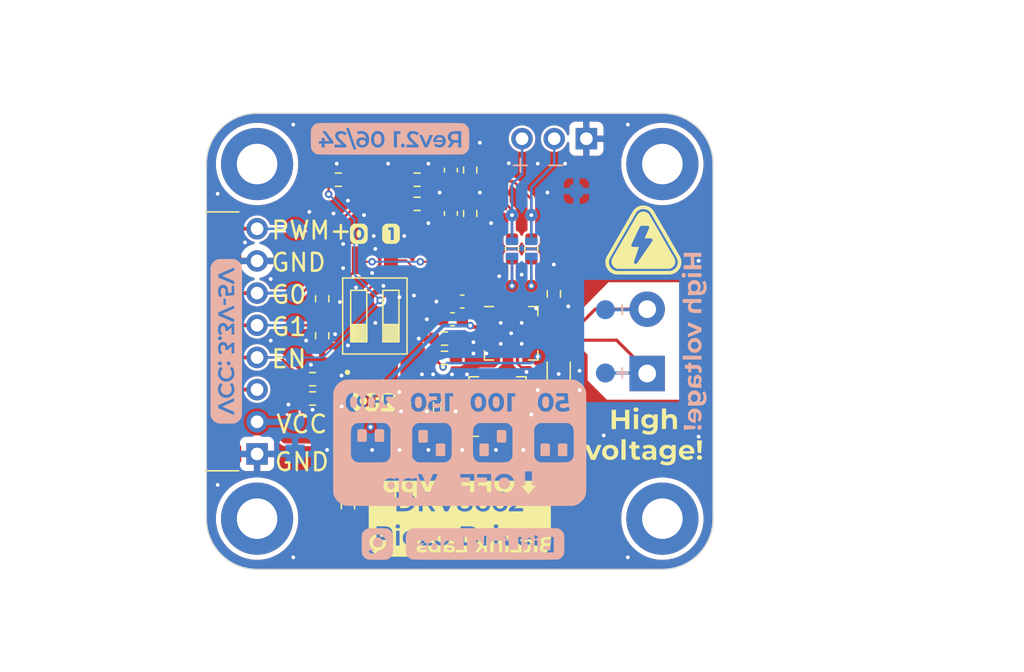
<source format=kicad_pcb>
(kicad_pcb (version 20240108) (generator "pcbnew") (generator_version "8.0")
  (title_block (title "DRV8662 Breakout") (date "2024-06-02") (rev "2.1") (company "BitLink Labs"))
  (layers (0 "F.Cu" signal) (31 "B.Cu" signal) (34 "B.Paste" user) (35 "F.Paste" user) (36 "B.SilkS" user "B.Silkscreen") (37 "F.SilkS" user "F.Silkscreen") (38 "B.Mask" user) (39 "F.Mask" user) (44 "Edge.Cuts" user))
  (net 0 "")
  (net 1 "Net-(U1-VPUMP)")
  (net 2 "GND")
  (net 3 "/OUT+")
  (net 4 "/OUT-")
  (net 5 "Net-(U1-REXT)")
  (net 6 "/Enable")
  (net 7 "VDD")
  (net 8 "/Gain_0")
  (net 9 "/Gain_1")
  (net 10 "Net-(C5-Pad1)")
  (net 11 "Net-(C6-Pad1)")
  (net 12 "/PWM+")
  (net 13 "Net-(R6-Pad1)")
  (net 14 "/PWM-")
  (net 15 "/IN+")
  (net 16 "/IN-")
  (net 17 "/Boost")
  (net 18 "/SW")
  (net 19 "/FB")
  (net 21 "/IN+_f")
  (net 22 "/IN-_f")
  (net 23 "Net-(R16-Pad1)")
  (net 24 "Net-(D1-K)")
  (footprint "MAINTECH_Connectors:TestPoint_Pad_D1.0mm_NoSilk" (layer "F.Cu") (at 14.351 7.144)
    (property "Reference" "TP8" (hide yes))
    (property "Value" "TestPoint")
    (pad "1" smd circle (at 0 0) (size 1 1) (layers "F.Cu" "F.Mask") (net 12 "/PWM+"))
  )
  (footprint "MountingHole:MountingHole_3.2mm_M3_ISO7380_Pad_TopBottom" (layer "F.Cu") (at 36 32)
    (property "Reference" "H2" (hide yes))
    (property "Value" "MountingHole")
    (pad "1" thru_hole circle (at 0 0) (size 3.6 3.6) (drill 3.2) (layers "*.Cu" "*.Mask"))
    (pad "1" connect circle (at 0 0) (size 5.7 5.7) (layers "F.Cu" "F.Mask"))
    (pad "1" connect circle (at 0 0) (size 5.7 5.7) (layers "B.Cu" "B.Mask"))
  )
  (footprint "TestPoint:TestPoint_Pad_1.0x1.0mm" (layer "F.Cu") (at 15.875 1.937)
    (property "Reference" "TP3" (hide yes))
    (property "Value" "TestPoint")
    (pad "1" smd rect (at 0 0) (size 1 1) (layers "F.Cu" "F.Mask") (net 2 "GND"))
  )
  (footprint "Capacitor_SMD:C_0603_1608Metric" (layer "F.Cu") (at 24.13 10.7 90)
    (property "Reference" "C7" (hide yes))
    (property "Value" "100nF")
    (pad "1" smd roundrect (at -0.775 0 90) (size 0.9 0.95) (layers "F.Cu" "F.Paste" "F.Mask") (net 15 "/IN+"))
    (pad "2" smd roundrect (at 0.775 0 90) (size 0.9 0.95) (layers "F.Cu" "F.Paste" "F.Mask") (net 21 "/IN+_f"))
  )
  (footprint "Resistor_SMD:R_0603_1608Metric" (layer "F.Cu") (at 8.382 20.987 180)
    (property "Reference" "R1" (hide yes))
    (property "Value" "10k")
    (pad "1" smd roundrect (at -0.825 0 180) (size 0.8 0.95) (layers "F.Cu" "F.Paste" "F.Mask") (net 2 "GND"))
    (pad "2" smd roundrect (at 0.825 0 180) (size 0.8 0.95) (layers "F.Cu" "F.Paste" "F.Mask") (net 6 "/Enable"))
  )
  (footprint "LOGO" (layer "F.Cu") (at 13.3 22.7)
    (property "Reference" "G***" (hide yes))
    (property "Value" "LOGO" (hide yes))
  )
  (footprint "MountingHole:MountingHole_3.2mm_M3_ISO7380_Pad_TopBottom" (layer "F.Cu") (at 4 4)
    (property "Reference" "H1" (hide yes))
    (property "Value" "MountingHole")
    (pad "1" thru_hole circle (at 0 0) (size 3.6 3.6) (drill 3.2) (layers "*.Cu" "*.Mask"))
    (pad "1" connect circle (at 0 0) (size 5.7 5.7) (layers "F.Cu" "F.Mask"))
    (pad "1" connect circle (at 0 0) (size 5.7 5.7) (layers "B.Cu" "B.Mask"))
  )
  (footprint "Resistor_SMD:R_0603_1608Metric" (layer "F.Cu") (at 10.414 5.239 180)
    (property "Reference" "R6" (hide yes))
    (property "Value" "10k")
    (pad "1" smd roundrect (at -0.825 0 180) (size 0.8 0.95) (layers "F.Cu" "F.Paste" "F.Mask") (net 13 "Net-(R6-Pad1)"))
    (pad "2" smd roundrect (at 0.825 0 180) (size 0.8 0.95) (layers "F.Cu" "F.Paste" "F.Mask") (net 6 "/Enable"))
  )
  (footprint "Resistor_SMD:R_0603_1608Metric" (layer "F.Cu") (at 16.637 5.239 180)
    (property "Reference" "R9" (hide yes))
    (property "Value" "4.99k")
    (pad "1" smd roundrect (at -0.825 0 180) (size 0.8 0.95) (layers "F.Cu" "F.Paste" "F.Mask") (net 11 "Net-(C6-Pad1)"))
    (pad "2" smd roundrect (at 0.825 0 180) (size 0.8 0.95) (layers "F.Cu" "F.Paste" "F.Mask") (net 14 "/PWM-"))
  )
  (footprint "MAINTECH_mechanical:Fiducial_standart" (layer "F.Cu") (at 8 34)
    (property "Reference" "FID2" (hide yes))
    (property "Value" "Fiducial")
    (pad "" smd circle (at 0 0) (size 1 1) (layers "F.Cu" "F.Mask") (clearance 0.5))
  )
  (footprint "Capacitor_SMD:C_0603_1608Metric" (layer "F.Cu") (at 20.193 14.859)
    (property "Reference" "C1" (hide yes))
    (property "Value" "100nF")
    (pad "1" smd roundrect (at -0.775 0) (size 0.9 0.95) (layers "F.Cu" "F.Paste" "F.Mask") (net 2 "GND"))
    (pad "2" smd roundrect (at 0.775 0) (size 0.9 0.95) (layers "F.Cu" "F.Paste" "F.Mask") (net 1 "Net-(U1-VPUMP)"))
  )
  (footprint "LOGO" (layer "F.Cu") (at 34.5 10)
    (property "Reference" "G***" (hide yes))
    (property "Value" "LOGO" (hide yes))
  )
  (footprint "Resistor_SMD:R_0603_1608Metric" (layer "F.Cu") (at 20.828 4.477 90)
    (property "Reference" "R11" (hide yes))
    (property "Value" "7.5k")
    (pad "1" smd roundrect (at -0.825 0 90) (size 0.8 0.95) (layers "F.Cu" "F.Paste" "F.Mask") (net 11 "Net-(C6-Pad1)"))
    (pad "2" smd roundrect (at 0.825 0 90) (size 0.8 0.95) (layers "F.Cu" "F.Paste" "F.Mask") (net 2 "GND"))
  )
  (footprint "MAINTECH_Connectors:TestPoint_Pad_D1.0mm_NoSilk" (layer "F.Cu") (at 15.875 3.715)
    (property "Reference" "TP7" (hide yes))
    (property "Value" "TestPoint")
    (pad "1" smd circle (at 0 0) (size 1 1) (layers "F.Cu" "F.Mask") (net 14 "/PWM-"))
  )
  (footprint "MAINTECH_Connectors:Jumper_Small-2_bridged" (layer "F.Cu") (at 13.208 5.239 180)
    (property "Reference" "R8" (hide yes))
    (property "Value" "0R")
    (fp_line (start -0.4 0) (end 0.4 0) (stroke (width 0.2)) (layer "F.Cu"))
    (pad "1" smd rect (at -0.6 0) (size 0.6 1) (layers "F.Cu" "F.Mask") (net 14 "/PWM-"))
    (pad "2" smd roundrect (at 0.6 0) (size 0.6 1) (layers "F.Cu" "F.Mask") (roundrect_rratio 0.2) (net 13 "Net-(R6-Pad1)"))
  )
  (footprint "MAINTECH_mechanical:Fiducial_standart" (layer "F.Cu") (at 8 2)
    (property "Reference" "FID3" (hide yes))
    (property "Value" "Fiducial")
    (pad "" smd circle (at 0 0) (size 1 1) (layers "F.Cu" "F.Mask") (clearance 0.5))
  )
  (footprint "LOGO" (layer "F.Cu") (at 34.5 25.5)
    (property "Reference" "G***" (hide yes))
    (property "Value" "LOGO" (hide yes))
  )
  (footprint "MountingHole:MountingHole_3.2mm_M3_ISO7380_Pad_TopBottom" (layer "F.Cu") (at 4 32)
    (property "Reference" "H4" (hide yes))
    (property "Value" "MountingHole")
    (pad "1" thru_hole circle (at 0 0) (size 3.6 3.6) (drill 3.2) (layers "*.Cu" "*.Mask"))
    (pad "1" connect circle (at 0 0) (size 5.7 5.7) (layers "F.Cu" "F.Mask"))
    (pad "1" connect circle (at 0 0) (size 5.7 5.7) (layers "B.Cu" "B.Mask"))
  )
  (footprint "Capacitor_SMD:C_0603_1608Metric" (layer "F.Cu") (at 19.304 7.906 -90)
    (property "Reference" "C5" (hide yes))
    (property "Value" "100nF")
    (pad "1" smd roundrect (at -0.775 0 270) (size 0.9 0.95) (layers "F.Cu" "F.Paste" "F.Mask") (net 10 "Net-(C5-Pad1)"))
    (pad "2" smd roundrect (at 0.775 0 270) (size 0.9 0.95) (layers "F.Cu" "F.Paste" "F.Mask") (net 2 "GND"))
  )
  (footprint "Resistor_SMD:R_0603_1608Metric" (layer "F.Cu") (at 11.176 30.988 -90)
    (property "Reference" "R19" (hide yes))
    (property "Value" "1k")
    (pad "1" smd roundrect (at -0.825 0 270) (size 0.8 0.95) (layers "F.Cu" "F.Paste" "F.Mask") (net 24 "Net-(D1-K)"))
    (pad "2" smd roundrect (at 0.825 0 270) (size 0.8 0.95) (layers "F.Cu" "F.Paste" "F.Mask") (net 2 "GND"))
  )
  (footprint "MAINTECH_Connectors:Jumper_Small-2_bridged" (layer "F.Cu") (at 22.841 5.366 180)
    (property "Reference" "R13" (hide yes))
    (property "Value" "0R")
    (fp_line (start -0.4 0) (end 0.4 0) (stroke (width 0.2)) (layer "F.Cu"))
    (pad "1" smd rect (at -0.6 0) (size 0.6 1) (layers "F.Cu" "F.Mask") (net 22 "/IN-_f"))
    (pad "2" smd roundrect (at 0.6 0) (size 0.6 1) (layers "F.Cu" "F.Mask") (roundrect_rratio 0.2) (net 11 "Net-(C6-Pad1)"))
  )
  (footprint "Resistor_SMD:R_0603_1608Metric" (layer "F.Cu") (at 20.828 7.906 -90)
    (property "Reference" "R10" (hide yes))
    (property "Value" "7.5k")
    (pad "1" smd roundrect (at -0.825 0 270) (size 0.8 0.95) (layers "F.Cu" "F.Paste" "F.Mask") (net 10 "Net-(C5-Pad1)"))
    (pad "2" smd roundrect (at 0.825 0 270) (size 0.8 0.95) (layers "F.Cu" "F.Paste" "F.Mask") (net 2 "GND"))
  )
  (footprint "Resistor_SMD:R_0603_1608Metric" (layer "F.Cu") (at 9.144 17.558 90)
    (property "Reference" "R15" (hide yes))
    (property "Value" "100k")
    (pad "1" smd roundrect (at -0.825 0 90) (size 0.8 0.95) (layers "F.Cu" "F.Paste" "F.Mask") (net 2 "GND"))
    (pad "2" smd roundrect (at 0.825 0 90) (size 0.8 0.95) (layers "F.Cu" "F.Paste" "F.Mask") (net 9 "/Gain_1"))
  )
  (footprint "MAINTECH_Connectors:Jumper_Small-2_bridged" (layer "F.Cu") (at 22.841 7.144 180)
    (property "Reference" "R12" (hide yes))
    (property "Value" "0R")
    (fp_line (start -0.4 0) (end 0.4 0) (stroke (width 0.2)) (layer "F.Cu"))
    (pad "1" smd rect (at -0.6 0) (size 0.6 1) (layers "F.Cu" "F.Mask") (net 21 "/IN+_f"))
    (pad "2" smd roundrect (at 0.6 0) (size 0.6 1) (layers "F.Cu" "F.Mask") (roundrect_rratio 0.2) (net 10 "Net-(C5-Pad1)"))
  )
  (footprint "Capacitor_SMD:C_1206_3216Metric" (layer "F.Cu") (at 19.431 23.527 90)
    (property "Reference" "C10" (hide yes))
    (property "Value" "10uF")
    (pad "1" smd roundrect (at -1.475 0 90) (size 1.15 1.8) (layers "F.Cu" "F.Paste" "F.Mask") (roundrect_rratio 0.2173913043) (net 7 "VDD"))
    (pad "2" smd roundrect (at 1.475 0 90) (size 1.15 1.8) (layers "F.Cu" "F.Paste" "F.Mask") (roundrect_rratio 0.2173913043) (net 2 "GND"))
  )
  (footprint "Resistor_SMD:R_0603_1608Metric_Pad0.98x0.95mm_HandSolder" (layer "F.Cu") (at 27.432 14.256 -90)
    (property "Reference" "R2" (hide yes))
    (property "Value" "6.98k")
    (pad "1" smd roundrect (at -0.9125 0 270) (size 0.975 0.95) (layers "F.Cu" "F.Paste" "F.Mask") (net 2 "GND"))
    (pad "2" smd roundrect (at 0.9125 0 270) (size 0.975 0.95) (layers "F.Cu" "F.Paste" "F.Mask") (net 5 "Net-(U1-REXT)"))
  )
  (footprint "MAINTECH_Connectors:TestPoint_Pad_D1.0mm_NoSilk" (layer "F.Cu") (at 24.13 13.621)
    (property "Reference" "TP1" (hide yes))
    (property "Value" "TestPoint")
    (pad "1" smd circle (at 0 0) (size 1 1) (layers "F.Cu" "F.Mask") (net 15 "/IN+"))
  )
  (footprint "Resistor_SMD:R_0603_1608Metric" (layer "F.Cu") (at 9.144 14.637 90)
    (property "Reference" "R14" (hide yes))
    (property "Value" "100k")
    (pad "1" smd roundrect (at -0.825 0 90) (size 0.8 0.95) (layers "F.Cu" "F.Paste" "F.Mask") (net 2 "GND"))
    (pad "2" smd roundrect (at 0.825 0 90) (size 0.8 0.95) (layers "F.Cu" "F.Paste" "F.Mask") (net 8 "/Gain_0"))
  )
  (footprint "Resistor_SMD:R_0603_1608Metric" (layer "F.Cu") (at 16.637 7.144 180)
    (property "Reference" "R5" (hide yes))
    (property "Value" "4.99k")
    (pad "1" smd roundrect (at -0.825 0 180) (size 0.8 0.95) (layers "F.Cu" "F.Paste" "F.Mask") (net 10 "Net-(C5-Pad1)"))
    (pad "2" smd roundrect (at 0.825 0 180) (size 0.8 0.95) (layers "F.Cu" "F.Paste" "F.Mask") (net 12 "/PWM+"))
  )
  (footprint "Capacitor_SMD:C_0603_1608Metric" (layer "F.Cu") (at 25.654 10.7 90)
    (property "Reference" "C8" (hide yes))
    (property "Value" "100nF")
    (pad "1" smd roundrect (at -0.775 0 90) (size 0.9 0.95) (layers "F.Cu" "F.Paste" "F.Mask") (net 16 "/IN-"))
    (pad "2" smd roundrect (at 0.775 0 90) (size 0.9 0.95) (layers "F.Cu" "F.Paste" "F.Mask") (net 22 "/IN-_f"))
  )
  (footprint "Resistor_SMD:R_0603_1608Metric_Pad0.98x0.95mm_HandSolder" (layer "F.Cu") (at 18.796 19.304)
    (property "Reference" "R3" (hide yes))
    (property "Value" "590k")
    (pad "1" smd roundrect (at -0.9125 0) (size 0.975 0.95) (layers "F.Cu" "F.Paste" "F.Mask") (net 17 "/Boost"))
    (pad "2" smd roundrect (at 0.9125 0) (size 0.975 0.95) (layers "F.Cu" "F.Paste" "F.Mask") (net 19 "/FB"))
  )
  (footprint "LOGO" (layer "F.Cu") (at 13.3 9.5)
    (property "Reference" "G***" (hide yes))
    (property "Value" "LOGO" (hide yes))
  )
  (footprint "MAINTECH_Connectors:TestPoint_Pad_D1.0mm_NoSilk" (layer "F.Cu") (at 25.654 13.621)
    (property "Reference" "TP2" (hide yes))
    (property "Value" "TestPoint")
    (pad "1" smd circle (at 0 0) (size 1 1) (layers "F.Cu" "F.Mask") (net 16 "/IN-"))
  )
  (footprint "Resistor_SMD:R_0603_1608Metric" (layer "F.Cu") (at 8.382 22.511 180)
    (property "Reference" "R16" (hide yes))
    (property "Value" "10k")
    (pad "1" smd roundrect (at -0.825 0 180) (size 0.8 0.95) (layers "F.Cu" "F.Paste" "F.Mask") (net 23 "Net-(R16-Pad1)"))
    (pad "2" smd roundrect (at 0.825 0 180) (size 0.8 0.95) (layers "F.Cu" "F.Paste" "F.Mask") (net 7 "VDD"))
  )
  (footprint "MountingHole:MountingHole_3.2mm_M3_ISO7380_Pad_TopBottom" (layer "F.Cu") (at 36 4)
    (property "Reference" "H3" (hide yes))
    (property "Value" "MountingHole")
    (pad "1" thru_hole circle (at 0 0) (size 3.6 3.6) (drill 3.2) (layers "*.Cu" "*.Mask"))
    (pad "1" connect circle (at 0 0) (size 5.7 5.7) (layers "F.Cu" "F.Mask"))
    (pad "1" connect circle (at 0 0) (size 5.7 5.7) (layers "B.Cu" "B.Mask"))
  )
  (footprint "LOGO" (layer "F.Cu") (at 20 32)
    (property "Reference" "G***" (hide yes))
    (property "Value" "LOGO" (hide yes))
  )
  (footprint "Resistor_SMD:R_0603_1608Metric" (layer "F.Cu") (at 12.573 2.953 -90)
    (property "Reference" "R7" (hide yes))
    (property "Value" "10k")
    (pad "1" smd roundrect (at -0.825 0 270) (size 0.8 0.95) (layers "F.Cu" "F.Paste" "F.Mask") (net 2 "GND"))
    (pad "2" smd roundrect (at 0.825 0 270) (size 0.8 0.95) (layers "F.Cu" "F.Paste" "F.Mask") (net 13 "Net-(R6-Pad1)"))
  )
  (footprint "Capacitor_SMD:C_1206_3216Metric" (layer "F.Cu") (at 17.018 23.527 90)
    (property "Reference" "C9" (hide yes))
    (property "Value" "10uF")
    (pad "1" smd roundrect (at -1.475 0 90) (size 1.15 1.8) (layers "F.Cu" "F.Paste" "F.Mask") (roundrect_rratio 0.2173913043) (net 7 "VDD"))
    (pad "2" smd roundrect (at 1.475 0 90) (size 1.15 1.8) (layers "F.Cu" "F.Paste" "F.Mask") (roundrect_rratio 0.2173913043) (net 2 "GND"))
  )
  (footprint "MAINTECH_Connectors:DB128L-5.08-2P" (layer "F.Cu") (at 34.8 18 90)
    (property "Reference" "J2" (hide yes))
    (property "Value" "Conn_Screw")
    (pad "1" thru_hole rect (at -2.54 0 90) (size 2.8 2.8) (drill 1.4) (layers "*.Cu" "*.Mask") (net 3 "/OUT+"))
    (pad "2" thru_hole circle (at 2.54 0 90) (size 2.8 2.8) (drill 1.4) (layers "*.Cu" "*.Mask") (net 4 "/OUT-"))
  )
  (footprint "Package_DFN_QFN:Texas_S-PVQFN-N20_EP2.7x2.7mm_ThermalVias" (layer "F.Cu") (at 24.0605 17.3635)
    (property "Reference" "U1" (hide yes))
    (property "Value" "DRV8662")
    (pad "1" smd roundrect (at -1.9625 -1) (size 0.825 0.25) (layers "F.Cu" "F.Paste" "F.Mask") (net 1 "Net-(U1-VPUMP)"))
    (pad "2" smd roundrect (at -1.9625 -0.5) (size 0.825 0.25) (layers "F.Cu" "F.Paste" "F.Mask") (net 7 "VDD"))
    (pad "3" smd roundrect (at -1.9625 0) (size 0.825 0.25) (layers "F.Cu" "F.Paste" "F.Mask") (net 19 "/FB"))
    (pad "4" smd roundrect (at -1.9625 0.5) (size 0.825 0.25) (layers "F.Cu" "F.Paste" "F.Mask") (net 2 "GND"))
    (pad "5" smd roundrect (at -1.9625 1) (size 0.825 0.25) (layers "F.Cu" "F.Paste" "F.Mask") (net 2 "GND"))
    (pad "6" smd roundrect (at -1 1.9625) (size 0.25 0.825) (layers "F.Cu" "F.Paste" "F.Mask") (net 2 "GND"))
    (pad "7" smd roundrect (at -0.5 1.9625) (size 0.25 0.825) (layers "F.Cu" "F.Paste" "F.Mask") (net 18 "/SW"))
    (pad "8" smd roundrect (at 0 1.9625) (size 0.25 0.825) (layers "F.Cu" "F.Paste" "F.Mask") (net 18 "/SW"))
    (pad "9" smd roundrect (at 0.5 1.9625) (size 0.25 0.825) (layers "F.Cu" "F.Paste" "F.Mask") (net 2 "GND"))
    (pad "10" smd roundrect (at 1 1.9625) (size 0.25 0.825) (layers "F.Cu" "F.Paste" "F.Mask") (net 17 "/Boost"))
    (pad "11" smd roundrect (at 1.9625 1) (size 0.825 0.25) (layers "F.Cu" "F.Paste" "F.Mask") (net 17 "/Boost"))
    (pad "12" smd roundrect (at 1.9625 0.5) (size 0.825 0.25) (layers "F.Cu" "F.Paste" "F.Mask") (net 17 "/Boost"))
    (pad "13" smd roundrect (at 1.9625 0) (size 0.825 0.25) (layers "F.Cu" "F.Paste" "F.Mask") (net 3 "/OUT+"))
    (pad "14" smd roundrect (at 1.9625 -0.5) (size 0.825 0.25) (layers "F.Cu" "F.Paste" "F.Mask") (net 4 "/OUT-"))
    (pad "15" smd roundrect (at 1.9625 -1) (size 0.825 0.25) (layers "F.Cu" "F.Paste" "F.Mask") (net 5 "Net-(U1-REXT)"))
    (pad "16" smd roundrect (at 1 -1.9625) (size 0.25 0.825) (layers "F.Cu" "F.Paste" "F.Mask") (net 16 "/IN-"))
    (pad "17" smd roundrect (at 0.5 -1.9625) (size 0.25 0.825) (layers "F.Cu" "F.Paste" "F.Mask") (net 15 "/IN+"))
    (pad "18" smd roundrect (at 0 -1.9625) (size 0.25 0.825) (layers "F.Cu" "F.Paste" "F.Mask") (net 8 "/Gain_0"))
    (pad "19" smd roundrect (at -0.5 -1.9625) (size 0.25 0.825) (layers "F.Cu" "F.Paste" "F.Mask") (net 9 "/Gain_1"))
    (pad "20" smd roundrect (at -1 -1.9625) (size 0.25 0.825) (layers "F.Cu" "F.Paste" "F.Mask") (net 6 "/Enable"))
    (pad "21" smd rect (at 0 0) (size 2.7 2.7) (layers "F.Cu" "F.Mask") (net 2 "GND"))
    (pad "21" smd rect (at 0 0) (size 2.7 2.7) (layers "B.Cu") (net 2 "GND"))
  )
  (footprint "Connector_PinHeader_2.54mm:PinHeader_1x03_P2.54mm_Vertical" (layer "F.Cu") (at 30 2 -90)
    (property "Reference" "J6" (hide yes))
    (property "Value" "Conn_AC")
    (pad "1" thru_hole rect (at 0 0 270) (size 1.7 1.7) (drill 1) (layers "*.Cu" "*.Mask") (net 2 "GND"))
    (pad "2" thru_hole oval (at 0 2.54 270) (size 1.7 1.7) (drill 1) (layers "*.Cu" "*.Mask") (net 22 "/IN-_f"))
    (pad "3" thru_hole oval (at 0 5.08 270) (size 1.7 1.7) (drill 1) (layers "*.Cu" "*.Mask") (net 21 "/IN+_f"))
  )
  (footprint "LED_SMD:LED_0805_2012Metric" (layer "F.Cu") (at 11.176 27.94 90)
    (property "Reference" "D1" (hide yes))
    (property "Value" "LED_Small")
    (pad "1" smd roundrect (at -0.9375 0 90) (size 0.975 1.4) (layers "F.Cu" "F.Paste" "F.Mask") (net 24 "Net-(D1-K)"))
    (pad "2" smd roundrect (at 0.9375 0 90) (size 0.975 1.4) (layers "F.Cu" "F.Paste" "F.Mask") (net 7 "VDD"))
  )
  (footprint "Resistor_SMD:R_0603_1608Metric" (layer "F.Cu") (at 18.796 17.78 180)
    (property "Reference" "R4" (hide yes))
    (property "Value" "7.5k")
    (pad "1" smd roundrect (at -0.825 0 180) (size 0.8 0.95) (layers "F.Cu" "F.Paste" "F.Mask") (net 19 "/FB"))
    (pad "2" smd roundrect (at 0.825 0 180) (size 0.8 0.95) (layers "F.Cu" "F.Paste" "F.Mask") (net 2 "GND"))
  )
  (footprint "MAINTECH_mechanical:SW_DIP_x02_P2.54_W5.08_C6709488" (layer "F.Cu") (at 13.3 16 90)
    (property "Reference" "SW1" (hide yes))
    (property "Value" "SW_Gain")
    (pad "1" smd rect (at -4.4 -1.27 90) (size 2.2 1.1) (layers "F.Cu" "F.Paste" "F.Mask") (net 23 "Net-(R16-Pad1)"))
    (pad "2" smd rect (at -4.4 1.27 90) (size 2.2 1.1) (layers "F.Cu" "F.Paste" "F.Mask") (net 23 "Net-(R16-Pad1)"))
    (pad "3" smd rect (at 4.4 1.27 90) (size 2.2 1.1) (layers "F.Cu" "F.Paste" "F.Mask") (net 9 "/Gain_1"))
    (pad "4" smd rect (at 4.4 -1.27 90) (size 2.2 1.1) (layers "F.Cu" "F.Paste" "F.Mask") (net 8 "/Gain_0"))
  )
  (footprint "Capacitor_SMD:C_0603_1608Metric" (layer "F.Cu") (at 19.431 16.256)
    (property "Reference" "C2" (hide yes))
    (property "Value" "100nF")
    (pad "1" smd roundrect (at -0.775 0) (size 0.9 0.95) (layers "F.Cu" "F.Paste" "F.Mask") (net 2 "GND"))
    (pad "2" smd roundrect (at 0.775 0) (size 0.9 0.95) (layers "F.Cu" "F.Paste" "F.Mask") (net 7 "VDD"))
  )
  (footprint "MAINTECH_mechanical:Fiducial_standart" (layer "F.Cu") (at 32 34)
    (property "Reference" "FID1" (hide yes))
    (property "Value" "Fiducial")
    (pad "" smd circle (at 0 0) (size 1 1) (layers "F.Cu" "F.Mask") (clearance 0.5))
  )
  (footprint "MAINTECH_Connectors:PinHeader_1x08_P2.54mm_Horizontal_withSmdPads" (layer "F.Cu") (at 4 26.89 180)
    (property "Reference" "J1" (hide yes))
    (property "Value" "Conn_IO")
    (pad "1" thru_hole rect (at 0 0 180) (size 1.7 1.7) (drill 1) (layers "*.Cu" "*.Mask") (net 2 "GND"))
    (pad "1" smd roundrect (at 1 0 180) (size 1 0.3) (layers "F.Cu") (roundrect_rratio 0.15) (net 2 "GND"))
    (pad "1" smd roundrect (at 2.5 0 180) (size 2.5 1.5) (layers "F.Cu" "F.Mask") (roundrect_rratio 0.15) (net 2 "GND"))
    (pad "2" thru_hole oval (at 0 2.54 180) (size 1.7 1.7) (drill 1) (layers "*.Cu" "*.Mask") (net 7 "VDD"))
    (pad "2" smd roundrect (at 1 2.54 180) (size 1 0.3) (layers "F.Cu") (roundrect_rratio 0.15) (net 7 "VDD"))
    (pad "2" smd roundrect (at 2.5 2.54 180) (size 2.5 1.5) (layers "F.Cu" "F.Mask") (roundrect_rratio 0.15) (net 7 "VDD"))
    (pad "3" thru_hole oval (at 0 5.08 180) (size 1.7 1.7) (drill 1) (layers "*.Cu" "*.Mask"))
    (pad "3" smd roundrect (at 1 5.08 180) (size 1 0.3) (layers "F.Cu") (roundrect_rratio 0.15))
    (pad "3" smd roundrect (at 2.5 5.08 180) (size 2.5 1.5) (layers "F.Cu" "F.Mask") (roundrect_rratio 0.15))
    (pad "4" thru_hole oval (at 0 7.62 180) (size 1.7 1.7) (drill 1) (layers "*.Cu" "*.Mask") (net 6 "/Enable"))
    (pad "4" smd roundrect (at 1 7.62 180) (size 1 0.3) (layers "F.Cu") (roundrect_rratio 0.15) (net 6 "/Enable"))
    (pad "4" smd roundrect (at 2.5 7.62 180) (size 2.5 1.5) (layers "F.Cu" "F.Mask") (roundrect_rratio 0.15) (net 6 "/Enable"))
    (pad "5" thru_hole oval (at 0 10.16 180) (size 1.7 1.7) (drill 1) (layers "*.Cu" "*.Mask") (net 9 "/Gain_1"))
    (pad "5" smd roundrect (at 1 10.16 180) (size 1 0.3) (layers "F.Cu") (roundrect_rratio 0.15) (net 9 "/Gain_1"))
    (pad "5" smd roundrect (at 2.5 10.16 180) (size 2.5 1.5) (layers "F.Cu" "F.Mask") (roundrect_rratio 0.15) (net 9 "/Gain_1"))
    (pad "6" thru_hole oval (at 0 12.7 180) (size 1.7 1.7) (drill 1) (layers "*.Cu" "*.Mask") (net 8 "/Gain_0"))
    (pad "6" smd roundrect (at 1 12.7 180) (size 1 0.3) (layers "F.Cu") (roundrect_rratio 0.15) (net 8 "/Gain_0"))
    (pad "6" smd roundrect (at 2.5 12.7 180) (size 2.5 1.5) (layers "F.Cu" "F.Mask") (roundrect_rratio 0.15) (net 8 "/Gain_0"))
    (pad "7" thru_hole oval (at 0 15.24 180) (size 1.7 1.7) (drill 1) (layers "*.Cu" "*.Mask") (net 2 "GND"))
    (pad "7" smd roundrect (at 1 15.24 180) (size 1 0.3) (layers "F.Cu") (roundrect_rratio 0.15) (net 2 "GND"))
    (pad "7" smd roundrect (at 2.5 15.24 180) (size 2.5 1.5) (layers "F.Cu" "F.Mask") (roundrect_rratio 0.15) (net 2 "GND"))
    (pad "8" thru_hole oval (at 0 17.78 180) (size 1.7 1.7) (drill 1) (layers "*.Cu" "*.Mask") (net 12 "/PWM+"))
    (pad "8" smd roundrect (at 1 17.78 180) (size 1 0.3) (layers "F.Cu") (roundrect_rratio 0.15) (net 12 "/PWM+"))
    (pad "8" smd roundrect (at 2.5 17.78 180) (size 2.5 1.5) (layers "F.Cu" "F.Mask") (roundrect_rratio 0.15) (net 12 "/PWM+"))
  )
  (footprint "MAINTECH_Passives:Inductor_FXL0420-4R7-M" (layer "F.Cu") (at 22.987 23.146 90)
    (property "Reference" "L1" (hide yes))
    (property "Value" "4.7uH" (hide yes))
    (pad "1" smd roundrect (at -1.85 0 90) (size 1.5 2.8) (layers "F.Cu" "F.Paste" "F.Mask") (roundrect_rratio 0.1) (net 7 "VDD"))
    (pad "2" smd roundrect (at 1.85 0 90) (size 1.5 2.8) (layers "F.Cu" "F.Paste" "F.Mask") (roundrect_rratio 0.1) (net 18 "/SW"))
  )
  (footprint "LOGO" (layer "F.Cu") (at 20 32)
    (property "Reference" "G***" (hide yes))
    (property "Value" "LOGO" (hide yes))
  )
  (footprint "Capacitor_SMD:C_1206_3216Metric" (layer "F.Cu") (at 27.813 20.352 90)
    (property "Reference" "C3" (hide yes))
    (property "Value" "100nF")
    (pad "1" smd roundrect (at -1.475 0 90) (size 1.15 1.8) (layers "F.Cu" "F.Paste" "F.Mask") (roundrect_rratio 0.2173913043) (net 2 "GND"))
    (pad "2" smd roundrect (at 1.475 0 90) (size 1.15 1.8) (layers "F.Cu" "F.Paste" "F.Mask") (roundrect_rratio 0.2173913043) (net 17 "/Boost"))
  )
  (footprint "LOGO" (layer "F.Cu") (at 20 2.03)
    (property "Reference" "G***" (hide yes))
    (property "Value" "LOGO" (hide yes))
  )
  (footprint "Capacitor_SMD:C_0603_1608Metric" (layer "F.Cu") (at 19.304 4.477 90)
    (property "Reference" "C6" (hide yes))
    (property "Value" "100nF")
    (pad "1" smd roundrect (at -0.775 0 90) (size 0.9 0.95) (layers "F.Cu" "F.Paste" "F.Mask") (net 11 "Net-(C6-Pad1)"))
    (pad "2" smd roundrect (at 0.775 0 90) (size 0.9 0.95) (layers "F.Cu" "F.Paste" "F.Mask") (net 2 "GND"))
  )
  (footprint "LOGO" (layer "B.Cu") (at 13.5 34 180)
    (property "Reference" "G***" (hide yes))
    (property "Value" "LOGO" (hide yes))
  )
  (footprint "MAINTECH_Connectors:TestPoint_Pad_D1.0mm_NoSilk" (layer "B.Cu") (at 25.654 8.033 180)
    (property "Reference" "TP5" (hide yes))
    (property "Value" "TestPoint")
    (pad "1" smd circle (at 0 0 180) (size 1 1) (layers "B.Cu" "B.Mask") (net 22 "/IN-_f"))
  )
  (footprint "LOGO" (layer "B.Cu") (at 1.57 18 90)
    (property "Reference" "G***" (hide yes))
    (property "Value" "LOGO" (hide yes))
  )
  (footprint "LOGO" (layer "B.Cu") (at 14.5 2 180)
    (property "Reference" "G***" (hide yes))
    (property "Value" "LOGO" (hide yes))
  )
  (footprint "MAINTECH_Connectors:TestPoint_Pad_D1.0mm_NoSilk" (layer "B.Cu") (at 24.13 8.033 180)
    (property "Reference" "TP4" (hide yes))
    (property "Value" "TestPoint")
    (pad "1" smd circle (at 0 0 180) (size 1 1) (layers "B.Cu" "B.Mask") (net 21 "/IN+_f"))
  )
  (footprint "MAINTECH_Connectors:TestPoint_Pad_D1.5mm_NoSilk" (layer "B.Cu") (at 31.5 15.5 180)
    (property "Reference" "TP10" (hide yes))
    (property "Value" "TestPoint" (hide yes))
    (pad "1" smd circle (at 0 0 180) (size 1.5 1.5) (layers "B.Cu" "B.Mask") (net 4 "/OUT-"))
  )
  (footprint "TestPoint:TestPoint_Pad_1.0x1.0mm" (layer "B.Cu") (at 29.21 6.128 180)
    (property "Reference" "TP6" (hide yes))
    (property "Value" "TestPoint")
    (pad "1" smd rect (at 0 0 180) (size 1 1) (layers "B.Cu" "B.Mask") (net 2 "GND"))
  )
  (footprint "MAINTECH_Connectors:TestPoint_Pad_D1.5mm_NoSilk" (layer "B.Cu") (at 7 24.35 180)
    (property "Reference" "TP16" (hide yes))
    (property "Value" "TestPoint" (hide yes))
    (pad "1" smd circle (at 0 0 180) (size 1.5 1.5) (layers "B.Cu" "B.Mask") (net 7 "VDD"))
  )
  (footprint "MAINTECH_Connectors:TestPoint_Pad_D1.5mm_NoSilk" (layer "B.Cu") (at 7 9.11 180)
    (property "Reference" "TP11" (hide yes))
    (property "Value" "TestPoint" (hide yes))
    (pad "1" smd circle (at 0 0 180) (size 1.5 1.5) (layers "B.Cu" "B.Mask") (net 12 "/PWM+"))
  )
  (footprint "LOGO" (layer "B.Cu") (at 22 34 180)
    (property "Reference" "G***" (hide yes))
    (property "Value" "LOGO" (hide yes))
  )
  (footprint "MAINTECH_Connectors:TestPoint_Pad_D1.5mm_NoSilk" (layer "B.Cu") (at 7 14.19 180)
    (property "Reference" "TP12" (hide yes))
    (property "Value" "TestPoint" (hide yes))
    (pad "1" smd circle (at 0 0 180) (size 1.5 1.5) (layers "B.Cu" "B.Mask") (net 8 "/Gain_0"))
  )
  (footprint "MAINTECH_Connectors:Jumper_Small-2_open" (layer "B.Cu") (at 25.654 10.7 90)
    (property "Reference" "R18" (hide yes))
    (property "Value" "0R")
    (pad "1" smd rect (at -0.6 0 270) (size 0.6 1) (layers "B.Cu" "B.Mask") (net 16 "/IN-"))
    (pad "2" smd roundrect (at 0.6 0 270) (size 0.6 1) (layers "B.Cu" "B.Mask") (roundrect_rratio 0.2) (net 22 "/IN-_f"))
  )
  (footprint "MAINTECH_Connectors:TestPoint_Pad_D1.5mm_NoSilk" (layer "B.Cu") (at 7 16.73 180)
    (property "Reference" "TP13" (hide yes))
    (property "Value" "TestPoint" (hide yes))
    (pad "1" smd circle (at 0 0 180) (size 1.5 1.5) (layers "B.Cu" "B.Mask") (net 9 "/Gain_1"))
  )
  (footprint "TestPoint:TestPoint_Pad_1.5x1.5mm" (layer "B.Cu") (at 7 26.89 180)
    (property "Reference" "TP15" (hide yes))
    (property "Value" "TestPoint_Alt")
    (pad "1" smd rect (at 0 0 180) (size 1.5 1.5) (layers "B.Cu" "B.Mask") (net 2 "GND"))
  )
  (footprint "LOGO" (layer "B.Cu") (at 20 26 180)
    (property "Reference" "G***" (hide yes))
    (property "Value" "LOGO" (hide yes))
  )
  (footprint "LOGO" (layer "B.Cu") (at 38.5 18 -90)
    (property "Reference" "G***" (hide yes))
    (property "Value" "LOGO" (hide yes))
  )
  (footprint "MAINTECH_Connectors:TestPoint_Pad_D1.5mm_NoSilk" (layer "B.Cu") (at 31.5 20.5 180)
    (property "Reference" "TP9" (hide yes))
    (property "Value" "TestPoint" (hide yes))
    (pad "1" smd circle (at 0 0 180) (size 1.5 1.5) (layers "B.Cu" "B.Mask") (net 3 "/OUT+"))
  )
  (footprint "MAINTECH_Connectors:TestPoint_Pad_D1.5mm_NoSilk" (layer "B.Cu") (at 7 19.27 180)
    (property "Reference" "TP14" (hide yes))
    (property "Value" "TestPoint" (hide yes))
    (pad "1" smd circle (at 0 0 180) (size 1.5 1.5) (layers "B.Cu" "B.Mask") (net 6 "/Enable"))
  )
  (footprint "MAINTECH_Connectors:Jumper_Small-2_open" (layer "B.Cu") (at 24.13 10.7 90)
    (property "Reference" "R17" (hide yes))
    (property "Value" "0R")
    (pad "1" smd rect (at -0.6 0 270) (size 0.6 1) (layers "B.Cu" "B.Mask") (net 15 "/IN+"))
    (pad "2" smd roundrect (at 0.6 0 270) (size 0.6 1) (layers "B.Cu" "B.Mask") (roundrect_rratio 0.2) (net 21 "/IN+_f"))
  )
  (gr_circle (center 10.28351 29.68802) (end 10.41051 29.718) (stroke (width 0.2)) (fill solid) (layer "F.SilkS"))
  (gr_line (start 40 4) (end 40 32) (stroke (width 0.1)) (layer "Edge.Cuts"))
  (gr_arc (start 0 4) (mid 1.171573 1.171573) (end 4 0) (stroke (width 0.1)) (layer "Edge.Cuts"))
  (gr_line (start 4 0) (end 36 0) (stroke (width 0.1)) (layer "Edge.Cuts"))
  (gr_line (start 0 32) (end 0 4) (stroke (width 0.1)) (layer "Edge.Cuts"))
  (gr_arc (start 40 32) (mid 38.828427 34.828427) (end 36 36) (stroke (width 0.1)) (layer "Edge.Cuts"))
  (gr_arc (start 4 36) (mid 1.171573 34.828427) (end 0 32) (stroke (width 0.1)) (layer "Edge.Cuts"))
  (gr_line (start 36 36) (end 4 36) (stroke (width 0.1)) (layer "Edge.Cuts"))
  (gr_arc (start 36 0) (mid 38.828427 1.171573) (end 40 4) (stroke (width 0.1)) (layer "Edge.Cuts"))
  (gr_text "- +" (at 26.19 4 0) (layer "B.SilkS") (effects (font (size 1.4 1.4)) (justify mirror)))
  (gr_text "-     +" (at 32.75 18 90) (layer "B.SilkS") (effects (font (size 1.1 0.99)) (justify mirror)))
  (gr_text "VCC" (at 5.397 24.543 0) (layer "F.SilkS") (effects (font (size 1.4 1.4) (thickness 0.2)) (justify left)))
  (gr_text "G1" (at 5.016 16.857 0) (layer "F.SilkS") (effects (font (size 1.4 1.4) (thickness 0.2)) (justify left)))
  (gr_text "GND" (at 5.016 11.777 0) (layer "F.SilkS") (effects (font (size 1.4 1.4) (thickness 0.2)) (justify left)))
  (gr_text "GND" (at 5.27 27.525 0) (layer "F.SilkS") (effects (font (size 1.4 1.4) (thickness 0.2)) (justify left)))
  (gr_text "PWM+" (at 5.016 9.237 0) (layer "F.SilkS") (effects (font (size 1.4 1.4) (thickness 0.2)) (justify left)))
  (gr_text "G0" (at 5.016 14.317 0) (layer "F.SilkS") (effects (font (size 1.4 1.4) (thickness 0.2)) (justify left)))
  (gr_text "EN" (at 5.016 19.397 0) (layer "F.SilkS") (effects (font (size 1.4 1.4) (thickness 0.2)) (justify left)))
  (segment (start 21.5705 16.3635) (end 21.209 16.002) (width 0.3) (layer "F.Cu") (net 1))
  (segment (start 22.098 16.3635) (end 21.5705 16.3635) (width 0.3) (layer "F.Cu") (net 1))
  (segment (start 21.209 15.4745) (end 20.968 15.2335) (width 0.3) (layer "F.Cu") (net 1))
  (segment (start 20.968 15.2335) (end 20.968 14.859) (width 0.3) (layer "F.Cu") (net 1))
  (segment (start 21.209 16.002) (end 21.209 15.4745) (width 0.3) (layer "F.Cu") (net 1))
  (segment (start 24.5605 19.751152) (end 24.861924 20.052576) (width 0.2) (layer "F.Cu") (net 2))
  (segment (start 27.051 11.97) (end 26.454 12.567) (width 0.2) (layer "F.Cu") (net 2))
  (segment (start 24.5605 19.326) (end 24.5605 19.751152) (width 0.2) (layer "F.Cu") (net 2))
  (segment (start 25.781 20.2765) (end 25.781 20.4035) (width 0.2) (layer "F.Cu") (net 2))
  (segment (start 25.557076 20.052576) (end 25.781 20.2765) (width 0.2) (layer "F.Cu") (net 2))
  (segment (start 26.454 14.675) (end 26.543 14.764) (width 0.2) (layer "F.Cu") (net 2))
  (segment (start 26.454 12.567) (end 26.454 14.675) (width 0.2) (layer "F.Cu") (net 2))
  (segment (start 27.432 11.97) (end 27.051 11.97) (width 0.2) (layer "F.Cu") (net 2))
  (segment (start 24.861924 20.052576) (end 25.557076 20.052576) (width 0.2) (layer "F.Cu") (net 2))
  (via (at 14.351 3.969) (size 0.6) (drill 0.3) (layers "F.Cu" "B.Cu") (net 2))
  (via (at 10.16 17.431) (size 0.6) (drill 0.3) (layers "F.Cu" "B.Cu") (net 2))
  (via (at 13.335 16.542) (size 0.6) (drill 0.3) (layers "F.Cu" "B.Cu") (net 2))
  (via (at 0.889 6.35) (size 0.6) (drill 0.3) (layers "F.Cu" "B.Cu") (net 2))
  (via (at 17.526 26.575) (size 0.6) (drill 0.3) (layers "F.Cu" "B.Cu") (net 2))
  (via (at 15.367 23.527) (size 0.6) (drill 0.3) (layers "F.Cu" "B.Cu") (net 2))
  (via (at 31.369 25.432) (size 0.6) (drill 0.3) (layers "F.Cu" "B.Cu") (net 2))
  (via (at 10.668 23.146) (size 0.6) (drill 0.3) (layers "F.Cu" "B.Cu") (net 2))
  (via (at 13.081 12.605) (size 0.6) (drill 0.3) (layers "F.Cu" "B.Cu") (net 2))
  (via (at 18.161 14.859) (size 0.6) (drill 0.3) (layers "F.Cu" "B.Cu") (net 2))
  (via (at 12.446 8.033) (size 0.6) (drill 0.3) (layers "F.Cu" "B.Cu") (net 2))
  (via (at 21.082 18.066) (size 0.6) (drill 0.3) (layers "F.Cu" "B.Cu") (net 2))
  (via (at 17.018 20.606) (size 0.6) (drill 0.3) (layers "F.Cu" "B.Cu") (net 2))
  (via (at 24.892 18.193) (size 0.6) (drill 0.3) (layers "F.Cu" "B.Cu") (net 2))
  (via (at 27.813 20.574) (size 0.6) (drill 0.3) (layers "F.Cu" "B.Cu") (net 2))
  (via (at 13.97 13.621) (size 0.6) (drill 0.3) (layers "F.Cu" "B.Cu") (net 2))
  (via (at 15.24 22.003) (size 0.6) (drill 0.3) (layers "F.Cu" "B.Cu") (net 2))
  (via (at 10.668 20.701) (size 0.6) (drill 0.3) (layers "F.Cu" "B.Cu") (net 2))
  (via (at 15.24 26.575) (size 0.6) (drill 0.3) (layers "F.Cu" "B.Cu") (net 2))
  (via (at 10.287 3.969) (size 0.6) (drill 0.3) (layers "F.Cu" "B.Cu") (net 2))
  (via (at 8.382 23.4) (size 0.6) (drill 0.3) (layers "F.Cu" "B.Cu") (net 2))
  (via (at 19.388666 20.606) (size 0.6) (drill 0.3) (layers "F.Cu" "B.Cu") (net 2))
  (via (at 17.526 3.969) (size 0.6) (drill 0.3) (layers "F.Cu" "B.Cu") (net 2))
  (via (at 11.176 18.32) (size 0.6) (drill 0.3) (layers "F.Cu" "B.Cu") (net 2))
  (via (at 21.082 18.955) (size 0.6) (drill 0.3) (layers "F.Cu" "B.Cu") (net 2))
  (via (at 33.274 35.052) (size 0.6) (drill 0.3) (layers "F.Cu" "B.Cu") (net 2))
  (via (at 15.621 9.684) (size 0.6) (drill 0.3) (layers "F.Cu" "B.Cu") (net 2))
  (via (at 26.162 21.844) (size 0.6) (drill 0.3) (layers "F.Cu" "B.Cu") (net 2))
  (via (at 24.892 16.542) (size 0.6) (drill 0.3) (layers "F.Cu" "B.Cu") (net 2))
  (via (at 17.9 20.606) (size 0.6) (drill 0.3) (layers "F.Cu" "B.Cu") (net 2))
  (via (at 11.811 13.748) (size 0.6) (drill 0.3) (layers "F.Cu" "B.Cu") (net 2))
  (via (at 25.273 20.4165) (size 0.6) (drill 0.3) (layers "F.Cu" "B.Cu") (net 2))
  (via (at 13.208 9.684) (size 0.6) (drill 0.3) (layers "F.Cu" "B.Cu") (net 2))
  (via (at 11.176 6.89) (size 0.6) (drill 0.3) (layers "F.Cu" "B.Cu") (net 2))
  (via (at 26.924 6.255) (size 0.6) (drill 0.3) (layers "F.Cu" "B.Cu") (net 2))
  (via (at 9.525 26.575) (size 0.6) (drill 0.3) (layers "F.Cu" "B.Cu") (net 2))
  (via (at 23.114 12.859) (size 0.6) (drill 0.3) (layers "F.Cu" "B.Cu") (net 2))
  (via (at 22.098 18.955) (size 0.6) (drill 0.3) (layers "F.Cu" "B.Cu") (net 2))
  (via (at 26.035 15.399) (size 0.6) (drill 0.3) (layers "F.Cu" "B.Cu") (net 2))
  (via (at 22.479 8.668) (size 0.6) (drill 0.3) (layers "F.Cu" "B.Cu") (net 2))
  (via (at 15.24 14.51) (size 0.6) (drill 0.3) (layers "F.Cu" "B.Cu") (net 2))
  (via (at 17.399 23.527) (size 0.6) (drill 0.3) (layers "F.Cu" "B.Cu") (net 2))
  (via (at 13.335 10.7) (size 0.6) (drill 0.3) (layers "F.Cu" "B.Cu") (net 2))
  (via (at 6.858 35.052) (size 0.6) (drill 0.3) (layers "F.Cu" "B.Cu") (net 2))
  (via (at 16.764 17.78) (size 0.6) (drill 0.3) (layers "F.Cu" "B.Cu") (net 2))
  (via (at 23.241 18.193) (size 0.6) (drill 0.3) (layers "F.Cu" "B.Cu") (net 2))
  (via (at 38.863779 11.64375) (size 0.6) (drill 0.3) (layers "F.Cu" "B.Cu") (net 2))
  (via (at 5.08 17.939) (size 0.6) (drill 0.3) (layers "F.Cu" "B.Cu") (net 2))
  (via (at 5.08 13.081) (size 0.6) (drill 0.3) (layers "F.Cu" "B.Cu") (net 2))
  (via (at 24.0605 17.3635) (size 0.6) (drill 0.3) (layers "F.Cu" "B.Cu") (net 2))
  (via (at 10.541 14.891) (size 0.6) (drill 0.3) (layers "F.Cu" "B.Cu") (net 2))
  (via (at 28.575 15.24) (size 0.6) (drill 0.3) (layers "F.Cu" "B.Cu") (net 2))
  (via (at 17.526 8.668) (size 0.6) (drill 0.3) (layers "F.Cu" "B.Cu") (net 2))
  (via (at 24.892 12.732) (size 0.6) (drill 0.3) (layers "F.Cu" "B.Cu") (net 2))
  (via (at 6.858 0.889) (size 0.6) (drill 0.3) (layers "F.Cu" "B.Cu") (net 2))
  (via (at 26.162 3.969) (size 0.6) (drill 0.3) (layers "F.Cu" "B.Cu") (net 2))
  (via (at 28.321 3.969) (size 0.6) (drill 0.3) (layers "F.Cu" "B.Cu") (net 2))
  (via (at 25.019 26.575) (size 0.6) (drill 0.3) (layers "F.Cu" "B.Cu") (net 2))
  (via (at 23.876 3.937) (size 0.6) (drill 0.3) (layers "F.Cu" "B.Cu") (net 2))
  (via (at 23.241 16.542) (size 0.6) (drill 0.3) (layers "F.Cu" "B.Cu") (net 2))
  (via (at 0.889 29.337) (size 0.6) (drill 0.3) (layers "F.Cu" "B.Cu") (net 2))
  (via (at 3.048 10.192) (size 0.6) (drill 0.3) (layers "F.Cu" "B.Cu") (net 2))
  (via (at 27.432 11.938) (size 0.6) (drill 0.3) (layers "F.Cu" "B.Cu") (net 2))
  (via (at 22.86 26.575) (size 0.6) (drill 0.3) (layers "F.Cu" "B.Cu") (net 2))
  (via (at 20.193 26.575) (size 0.6) (drill 0.3) (layers "F.Cu" "B.Cu") (net 2))
  (via (at 29.464 20.32) (size 0.6) (drill 0.3) (layers "F.Cu" "B.Cu") (net 2))
  (via (at 33.274 0.889) (size 0.6) (drill 0.3) (layers "F.Cu" "B.Cu") (net 2))
  (via (at 17.399 16.256) (size 0.6) (drill 0.3) (layers "F.Cu" "B.Cu") (net 2))
  (via (at 20.574 20.606) (size 0.6) (drill 0.3) (layers "F.Cu" "B.Cu") (net 2))
  (via (at 8.128 7.779) (size 0.6) (drill 0.3) (layers "F.Cu" "B.Cu") (net 2))
  (via (at 19.685 23.527) (size 0.6) (drill 0.3) (layers "F.Cu" "B.Cu") (net 2))
  (via (at 25.654 23.781) (size 0.6) (drill 0.3) (layers "F.Cu" "B.Cu") (net 2))
  (via (at 6.477 22.987) (size 0.6) (drill 0.3) (layers "F.Cu" "B.Cu") (net 2))
  (via (at 10.795 12.224) (size 0.6) (drill 0.3) (layers "F.Cu" "B.Cu") (net 2))
  (via (at 18.415 6.255) (size 0.6) (drill 0.3) (layers "F.Cu" "B.Cu") (net 2))
  (via (at 7.874 17.939) (size 0.6) (drill 0.3) (layers "F.Cu" "B.Cu") (net 2))
  (via (at 21.59 2.318) (size 0.6) (drill 0.3) (layers "F.Cu" "B.Cu") (net 2))
  (via (at 13.081 26.575) (size 0.6) (drill 0.3) (layers "F.Cu" "B.Cu") (net 2))
  (via (at 16.383 14.383) (size 0.6) (drill 0.3) (layers "F.Cu" "B.Cu") (net 2))
  (via (at 10.033 7.906) (size 0.6) (drill 0.3) (layers "F.Cu" "B.Cu") (net 2))
  (via (at 8.255 19.8445) (size 0.6) (drill 0.3) (layers "F.Cu" "B.Cu") (net 2))
  (via (at 21.59 6.255) (size 0.6) (drill 0.3) (layers "F.Cu" "B.Cu") (net 2))
  (via (at 38.863779 25.527) (size 0.6) (drill 0.3) (layers "F.Cu" "B.Cu") (net 2))
  (via (at 29.464 21.844) (size 0.6) (drill 0.3) (layers "F.Cu" "B.Cu") (net 2))
  (via (at 10.795 10.319) (size 0.6) (drill 0.3) (layers "F.Cu" "B.Cu") (net 2))
  (segment (start 7 26.89) (end 4 26.89) (width 0.5) (layer "B.Cu") (net 2))
  (segment (start 35 20.522) (end 35 20.54) (width 0.25) (layer "F.Cu") (net 3))
  (segment (start 29.591 17.907) (end 32.385 17.907) (width 0.25) (layer "F.Cu") (net 3))
  (segment (start 32.385 17.907) (end 35 20.522) (width 0.25) (layer "F.Cu") (net 3))
  (segment (start 29.0475 17.3635) (end 29.591 17.907) (width 0.25) (layer "F.Cu") (net 3))
  (segment (start 26.023 17.3635) (end 29.0475 17.3635) (width 0.25) (layer "F.Cu") (net 3))
  (segment (start 31.5 20.5) (end 34.96 20.5) (width 0.25) (layer "B.Cu") (net 3))
  (segment (start 26.023 16.8635) (end 29.3 16.8635) (width 0.25) (layer "F.Cu") (net 4))
  (segment (start 30.7035 15.46) (end 35 15.46) (width 0.25) (layer "F.Cu") (net 4))
  (segment (start 29.3 16.8635) (end 30.7035 15.46) (width 0.25) (layer "F.Cu") (net 4))
  (segment (start 31.5 15.5) (end 34.96 15.5) (width 0.25) (layer "B.Cu") (net 4))
  (segment (start 27.432 15.081) (end 27.432 15.653) (width 0.2) (layer "F.Cu") (net 5))
  (segment (start 27.432 15.653) (end 26.7215 16.3635) (width 0.2) (layer "F.Cu") (net 5))
  (segment (start 26.7215 16.3635) (end 26.023 16.3635) (width 0.2) (layer "F.Cu") (net 5))
  (segment (start 9.652 5.302) (end 9.652 6.382) (width 0.2) (layer "F.Cu") (net 6))
  (segment (start 9.589 5.239) (end 9.652 5.302) (width 0.2) (layer "F.Cu") (net 6))
  (segment (start 23.0605 14.6785) (end 21.241 12.859) (width 0.15) (layer "F.Cu") (net 6))
  (segment (start 23.0605 15.401) (end 23.0605 14.6785) (width 0.15) (layer "F.Cu") (net 6))
  (segment (start 21.241 12.859) (end 15.621 12.859) (width 0.15) (layer "F.Cu") (net 6))
  (segment (start 7.557 20.987) (end 5.84 19.27) (width 0.2) (layer "F.Cu") (net 6))
  (segment (start 5.84 19.27) (end 4 19.27) (width 0.2) (layer "F.Cu") (net 6))
  (segment (start 15.621 12.859) (end 13.716 14.764) (width 0.15) (layer "F.Cu") (net 6))
  (via (at 9.652 6.382) (size 0.6) (drill 0.3) (layers "F.Cu" "B.Cu") (net 6))
  (via (at 13.716 14.764) (size 0.6) (drill 0.3) (layers "F.Cu" "B.Cu") (net 6))
  (segment (start 9.652 6.636) (end 9.652 6.382) (width 0.15) (layer "B.Cu") (net 6))
  (segment (start 11.684 12.732) (end 11.684 8.414) (width 0.15) (layer "B.Cu") (net 6))
  (segment (start 13.716 14.764) (end 11.684 12.732) (width 0.15) (layer "B.Cu") (net 6))
  (segment (start 11.684 8.414) (end 9.652 6.382) (width 0.15) (layer "B.Cu") (net 6))
  (segment (start 9.21 19.27) (end 7 19.27) (width 0.15) (layer "B.Cu") (net 6))
  (segment (start 7 19.27) (end 4 19.27) (width 0.2) (layer "B.Cu") (net 6))
  (segment (start 13.716 14.764) (end 9.21 19.27) (width 0.15) (layer "B.Cu") (net 6))
  (segment (start 7.557 24.606) (end 7.112 25.051) (width 0.2) (layer "F.Cu") (net 7))
  (segment (start 22.098 16.8635) (end 20.8135 16.8635) (width 0.3) (layer "F.Cu") (net 7))
  (segment (start 11.176 27.0025) (end 11.176 25.4) (width 0.25) (layer "F.Cu") (net 7))
  (segment (start 20.8135 16.8635) (end 20.206 16.256) (width 0.3) (layer "F.Cu") (net 7))
  (segment (start 7.557 22.511) (end 7.557 24.606) (width 0.2) (layer "F.Cu") (net 7))
  (via (at 20.8345 16.7575) (size 0.6) (drill 0.3) (layers "F.Cu" "B.Cu") (net 7))
  (via (at 12.954 24.765) (size 0.6) (drill 0.3) (layers "F.Cu" "B.Cu") (net 7))
  (segment (start 18.7075 16.7575) (end 20.8345 16.7575) (width 0.3) (layer "B.Cu") (net 7))
  (segment (start 13.4145 22.0505) (end 12.954 22.511) (width 0.3) (layer "B.Cu") (net 7))
  (segment (start 12.954 22.511) (end 12.954 24.765) (width 0.3) (layer "B.Cu") (net 7))
  (segment (start 13.4145 22.0505) (end 18.7075 16.7575) (width 0.3) (layer "B.Cu") (net 7))
  (segment (start 7 24.35) (end 4 24.35) (width 0.5) (layer "B.Cu") (net 7))
  (segment (start 24.0605 15.401) (end 24.0605 14.6625) (width 0.15) (layer "F.Cu") (net 8))
  (segment (start 7.559 14.19) (end 4 14.19) (width 0.2) (layer "F.Cu") (net 8))
  (segment (start 12.03 12.132) (end 10.35 13.812) (width 0.2) (layer "F.Cu") (net 8))
  (segment (start 10.35 13.812) (end 9.144 13.812) (width 0.2) (layer "F.Cu") (net 8))
  (segment (start 7.937 13.812) (end 7.559 14.19) (width 0.2) (layer "F.Cu") (net 8))
  (segment (start 12.03 11.6) (end 12.146 11.716) (width 0.15) (layer "F.Cu") (net 8))
  (segment (start 21.114 11.716) (end 16.891 11.716) (width 0.15) (layer "F.Cu") (net 8))
  (segment (start 9.144 13.812) (end 7.937 13.812) (width 0.2) (layer "F.Cu") (net 8))
  (segment (start 12.03 11.6) (end 12.03 12.132) (width 0.2) (layer "F.Cu") (net 8))
  (segment (start 12.146 11.716) (end 13.081 11.716) (width 0.15) (layer "F.Cu") (net 8))
  (segment (start 24.0605 14.6625) (end 21.114 11.716) (width 0.15) (layer "F.Cu") (net 8))
  (via (at 13.081 11.716) (size 0.6) (drill 0.3) (layers "F.Cu" "B.Cu") (net 8))
  (via (at 16.891 11.716) (size 0.6) (drill 0.3) (layers "F.Cu" "B.Cu") (net 8))
  (segment (start 16.891 11.716) (end 13.081 11.716) (width 0.15) (layer "B.Cu") (net 8))
  (segment (start 7 14.19) (end 4 14.19) (width 0.25) (layer "B.Cu") (net 8))
  (segment (start 15.759 11.6) (end 14.57 11.6) (width 0.15) (layer "F.Cu") (net 9))
  (segment (start 14.57 12.132) (end 14.57 11.6) (width 0.2) (layer "F.Cu") (net 9))
  (segment (start 16.51 12.351) (end 15.759 11.6) (width 0.15) (layer "F.Cu") (net 9))
  (segment (start 23.5605 15.401) (end 23.5605 14.6705) (width 0.15) (layer "F.Cu") (net 9))
  (segment (start 23.5605 14.6705) (end 21.241 12.351) (width 0.15) (layer "F.Cu") (net 9))
  (segment (start 21.241 12.351) (end 16.51 12.351) (width 0.15) (layer "F.Cu") (net 9))
  (segment (start 4 16.73) (end 9.972 16.73) (width 0.2) (layer "F.Cu") (net 9))
  (segment (start 9.972 16.73) (end 14.57 12.132) (width 0.2) (layer "F.Cu") (net 9))
  (segment (start 7 16.73) (end 4 16.73) (width 0.2) (layer "B.Cu") (net 9))
  (segment (start 20.891 7.144) (end 22.3285 7.144) (width 0.2) (layer "F.Cu") (net 10))
  (segment (start 20.828 7.081) (end 20.891 7.144) (width 0.2) (layer "F.Cu") (net 10))
  (segment (start 20.778 7.131) (end 20.828 7.081) (width 0.2) (layer "F.Cu") (net 10))
  (segment (start 19.291 7.144) (end 19.304 7.131) (width 0.2) (layer "F.Cu") (net 10))
  (segment (start 19.304 7.131) (end 20.778 7.131) (width 0.2) (layer "F.Cu") (net 10))
  (segment (start 17.462 7.144) (end 19.291 7.144) (width 0.2) (layer "F.Cu") (net 10))
  (segment (start 19.291 5.239) (end 19.304 5.252) (width 0.2) (layer "F.Cu") (net 11))
  (segment (start 20.778 5.252) (end 20.828 5.302) (width 0.2) (layer "F.Cu") (net 11))
  (segment (start 17.462 5.239) (end 19.291 5.239) (width 0.2) (layer "F.Cu") (net 11))
  (segment (start 20.828 5.302) (end 22.2645 5.302) (width 0.2) (layer "F.Cu") (net 11))
  (segment (start 19.304 5.252) (end 20.778 5.252) (width 0.2) (layer "F.Cu") (net 11))
  (segment (start 4 9.11) (end 9.972 9.11) (width 0.2) (layer "F.Cu") (net 12))
  (segment (start 11.938 7.144) (end 14.351 7.144) (width 0.2) (layer "F.Cu") (net 12))
  (segment (start 9.972 9.11) (end 11.938 7.144) (width 0.2) (layer "F.Cu") (net 12))
  (segment (start 14.351 7.144) (end 15.812 7.144) (width 0.2) (layer "F.Cu") (net 12))
  (segment (start 4 9.11) (end 7 9.11) (width 0.2) (layer "B.Cu") (net 12))
  (segment (start 12.573 3.778) (end 12.573 5.2155) (width 0.2) (layer "F.Cu") (net 13))
  (segment (start 12.573 5.2155) (end 12.5495 5.239) (width 0.2) (layer "F.Cu") (net 13))
  (segment (start 11.239 5.239) (end 12.5495 5.239) (width 0.2) (layer "F.Cu") (net 13))
  (segment (start 15.875 3.715) (end 15.875 5.176) (width 0.2) (layer "F.Cu") (net 14))
  (segment (start 15.812 5.239) (end 14.008 5.239) (width 0.2) (layer "F.Cu") (net 14))
  (segment (start 15.875 5.176) (end 15.812 5.239) (width 0.2) (layer "F.Cu") (net 14))
  (segment (start 24.13 11.475) (end 24.13 13.621) (width 0.2) (layer "F.Cu") (net 15))
  (segment (start 24.5605 15.401) (end 24.5605 14.256) (width 0.2) (layer "F.Cu") (net 15))
  (segment (start 24.5605 14.256) (end 24.13 13.8255) (width 0.2) (layer "F.Cu") (net 15))
  (segment (start 24.13 13.8255) (end 24.13 13.621) (width 0.2) (layer "F.Cu") (net 15))
  (via (at 24.13 13.621) (size 0.6) (drill 0.3) (layers "F.Cu" "B.Cu") (net 15))
  (segment (start 24.13 11.6125) (end 24.13 13.621) (width 0.2) (layer "B.Cu") (net 15))
  (segment (start 25.654 11.475) (end 25.654 13.621) (width 0.2) (layer "F.Cu") (net 16))
  (segment (start 25.0605 14.2145) (end 25.654 13.621) (width 0.2) (layer "F.Cu") (net 16))
  (segment (start 25.0605 15.401) (end 25.0605 14.2145) (width 0.2) (layer "F.Cu") (net 16))
  (via (at 25.654 13.621) (size 0.6) (drill 0.3) (layers "F.Cu" "B.Cu") (net 16))
  (segment (start 25.654 13.621) (end 25.654 11.3) (width 0.2) (layer "B.Cu") (net 16))
  (segment (start 17.8835 19.304) (end 17.956831 19.304) (width 0.2) (layer "F.Cu") (net 17))
  (segment (start 17.956831 19.304) (end 18.682627 20.029796) (width 0.2) (layer "F.Cu") (net 17))
  (via (at 18.682627 20.029796) (size 0.6) (drill 0.3) (layers "F.Cu" "B.Cu") (net 17))
  (via (at 26.162 19.209) (size 0.6) (drill 0.3) (layers "F.Cu" "B.Cu") (net 17))
  (segment (start 18.995423 19.717) (end 18.682627 20.029796) (width 0.2) (layer "B.Cu") (net 17))
  (segment (start 25.654 19.717) (end 18.995423 19.717) (width 0.2) (layer "B.Cu") (net 17))
  (segment (start 26.162 19.209) (end 25.654 19.717) (width 0.2) (layer "B.Cu") (net 17))
  (segment (start 20.0375 17.3635) (end 22.098 17.3635) (width 0.2) (layer "F.Cu") (net 19))
  (segment (start 19.621 19.2165) (end 19.7085 19.304) (width 0.2) (layer "F.Cu") (net 19))
  (segment (start 19.621 17.78) (end 19.621 19.2165) (width 0.2) (layer "F.Cu") (net 19))
  (segment (start 19.621 17.78) (end 20.0375 17.3635) (width 0.2) (layer "F.Cu") (net 19))
  (segment (start 24.13 7.633) (end 23.641 7.144) (width 0.2) (layer "F.Cu") (net 21))
  (segment (start 24.13 9.925) (end 24.13 7.633) (width 0.2) (layer "F.Cu") (net 21))
  (via (at 24.13 8.033) (size 0.6) (drill 0.3) (layers "F.Cu" "B.Cu") (net 21))
  (segment (start 24.13 9.7875) (end 24.13 8.033) (width 0.2) (layer "B.Cu") (net 21))
  (segment (start 24.92 4.798) (end 24.92 2) (width 0.2) (layer "B.Cu") (net 21))
  (segment (start 24.13 8.033) (end 24.13 5.588) (width 0.2) (layer "B.Cu") (net 21))
  (segment (start 24.13 5.588) (end 24.92 4.798) (width 0.2) (layer "B.Cu") (net 21))
  (segment (start 25.654 6.763) (end 24.257 5.366) (width 0.2) (layer "F.Cu") (net 22))
  (segment (start 25.654 8.033) (end 25.654 6.763) (width 0.2) (layer "F.Cu") (net 22))
  (segment (start 25.654 8.033) (end 25.654 9.925) (width 0.2) (layer "F.Cu") (net 22))
  (segment (start 24.257 5.366) (end 23.641 5.366) (width 0.2) (layer "F.Cu") (net 22))
  (via (at 25.654 8.033) (size 0.6) (drill 0.3) (layers "F.Cu" "B.Cu") (net 22))
  (segment (start 25.654 9.7875) (end 25.654 8.033) (width 0.2) (layer "B.Cu") (net 22))
  (segment (start 27.46 4.036) (end 27.46 2) (width 0.2) (layer "B.Cu") (net 22))
  (segment (start 25.654 5.842) (end 27.46 4.036) (width 0.2) (layer "B.Cu") (net 22))
  (segment (start 25.654 8.033) (end 25.654 5.842) (width 0.2) (layer "B.Cu") (net 22))
  (segment (start 10.414 22.511) (end 12.03 20.895) (width 0.2) (layer "F.Cu") (net 23))
  (segment (start 9.207 22.511) (end 10.414 22.511) (width 0.2) (layer "F.Cu") (net 23))
  (segment (start 12.03 20.4) (end 14.57 20.4) (width 0.2) (layer "F.Cu") (net 23))
  (segment (start 12.03 20.895) (end 12.03 20.4) (width 0.2) (layer "F.Cu") (net 23))
  (segment (start 11.176 28.8775) (end 11.176 30.163) (width 0.25) (layer "F.Cu") (net 24))
  (zone (net 7) (net_name "VDD") (layer "F.Cu") (priority 3) (connect_pads yes (clearance 0.2)) (min_thickness 0.2) (fill yes (thermal_gap 0.5) (thermal_bridge_width 0.5) (smoothing fillet) (radius 0.3))
    (polygon (pts (xy 6.477 24.035) (xy 5.715 23.273) (xy 2.54 23.273) (xy 2.54 25.432) (xy 5.461 25.432) (xy 6.096 26.067) (xy 11.303 26.067) (xy 24.892 26.067) (xy 24.892 24.035) (xy 11.176 24.035)))
  )
  (zone (net 0) (net_name "") (layer "F.Cu") (connect_pads (clearance 0)) (min_thickness 0.25)
    (keepout (tracks allowed) (vias allowed) (pads allowed) (copperpour not_allowed) (footprints allowed))
    (fill (thermal_gap 0.5) (thermal_bridge_width 0.5))
    (polygon (pts (xy 27.051 16.669) (xy 27.432 16.288) (xy 28.829 16.288) (xy 31.75 13.335) (xy 38.608 13.335) (xy 38.608 22.606) (xy 31.623 22.606) (xy 30.099 21.082) (xy 30.099 19.05) (xy 29.464 18.415) (xy 28.829 17.78) (xy 26.924 17.812) (xy 26.67 17.558) (xy 25.527 17.558) (xy 25.527 16.669)))
  )
  (zone (net 17) (net_name "/Boost") (layer "F.Cu") (priority 4) (connect_pads yes (clearance 0.2)) (min_thickness 0.2) (fill yes (thermal_gap 0.5) (thermal_bridge_width 0.5) (smoothing fillet) (radius 0.2))
    (polygon (pts (xy 29.083 18.193) (xy 28.829 17.939) (xy 26.7585 17.939) (xy 26.5045 17.7365) (xy 25.527 17.7365) (xy 25.527 18.8795) (xy 24.892 18.8795) (xy 24.892 19.8955) (xy 29.083 19.8955)))
  )
  (zone (net 18) (net_name "/SW") (layer "F.Cu") (priority 2) (connect_pads yes (clearance 0.2)) (min_thickness 0.2) (fill yes (thermal_gap 0.5) (thermal_bridge_width 0.5) (smoothing fillet) (radius 0.3))
    (polygon (pts (xy 24.257 18.8795) (xy 24.257 19.8955) (xy 24.638 20.2765) (xy 24.638 22.3085) (xy 21.336 22.3085) (xy 21.336 20.2765) (xy 22.86 20.2765) (xy 23.368 19.7685) (xy 23.368 18.8795)))
  )
  (zone (net 0) (net_name "") (layer "F.Cu") (connect_pads (clearance 0)) (min_thickness 0.25)
    (keepout (tracks not_allowed) (vias not_allowed) (pads not_allowed) (copperpour not_allowed) (footprints allowed))
    (fill (thermal_gap 0.5) (thermal_bridge_width 0.5))
    (polygon (pts (xy 21.209 22.384) (xy 24.765 22.384) (xy 24.765 23.908) (xy 21.209 23.908)))
  )
  (zone (net 2) (net_name "GND") (layers "F&B.Cu") (connect_pads (clearance 0.2)) (min_thickness 0.2) (fill yes (thermal_gap 0.5) (thermal_bridge_width 0.5) (smoothing fillet) (radius 2))
    (polygon (pts (xy -1.397 -3.397) (xy -1.27 38.767) (xy 45.466 38.64) (xy 45.593 -3.651)))
  )
  (zone (net 0) (net_name "") (layer "B.Cu") (connect_pads (clearance 0)) (min_thickness 0.25)
    (keepout (tracks allowed) (vias allowed) (pads allowed) (copperpour not_allowed) (footprints allowed))
    (fill (thermal_gap 0.5) (thermal_bridge_width 0.5))
    (polygon (pts (xy 29.826 13.147) (xy 37.319 13.147) (xy 37.319 22.799) (xy 29.826 22.799)))
  )
)
</source>
